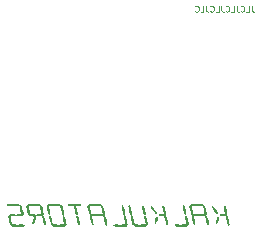
<source format=gbr>
%TF.GenerationSoftware,KiCad,Pcbnew,7.0.7*%
%TF.CreationDate,2023-12-10T00:16:43+02:00*%
%TF.ProjectId,calc_plate,63616c63-5f70-46c6-9174-652e6b696361,rev?*%
%TF.SameCoordinates,Original*%
%TF.FileFunction,Legend,Bot*%
%TF.FilePolarity,Positive*%
%FSLAX46Y46*%
G04 Gerber Fmt 4.6, Leading zero omitted, Abs format (unit mm)*
G04 Created by KiCad (PCBNEW 7.0.7) date 2023-12-10 00:16:43*
%MOMM*%
%LPD*%
G01*
G04 APERTURE LIST*
%ADD10C,0.125000*%
G04 APERTURE END LIST*
D10*
X96795859Y-74932309D02*
X96795859Y-75289452D01*
X96795859Y-75289452D02*
X96819668Y-75360880D01*
X96819668Y-75360880D02*
X96867287Y-75408500D01*
X96867287Y-75408500D02*
X96938716Y-75432309D01*
X96938716Y-75432309D02*
X96986335Y-75432309D01*
X96319669Y-75432309D02*
X96557764Y-75432309D01*
X96557764Y-75432309D02*
X96557764Y-74932309D01*
X95867288Y-75384690D02*
X95891097Y-75408500D01*
X95891097Y-75408500D02*
X95962526Y-75432309D01*
X95962526Y-75432309D02*
X96010145Y-75432309D01*
X96010145Y-75432309D02*
X96081573Y-75408500D01*
X96081573Y-75408500D02*
X96129192Y-75360880D01*
X96129192Y-75360880D02*
X96153002Y-75313261D01*
X96153002Y-75313261D02*
X96176811Y-75218023D01*
X96176811Y-75218023D02*
X96176811Y-75146595D01*
X96176811Y-75146595D02*
X96153002Y-75051357D01*
X96153002Y-75051357D02*
X96129192Y-75003738D01*
X96129192Y-75003738D02*
X96081573Y-74956119D01*
X96081573Y-74956119D02*
X96010145Y-74932309D01*
X96010145Y-74932309D02*
X95962526Y-74932309D01*
X95962526Y-74932309D02*
X95891097Y-74956119D01*
X95891097Y-74956119D02*
X95867288Y-74979928D01*
X95510145Y-74932309D02*
X95510145Y-75289452D01*
X95510145Y-75289452D02*
X95533954Y-75360880D01*
X95533954Y-75360880D02*
X95581573Y-75408500D01*
X95581573Y-75408500D02*
X95653002Y-75432309D01*
X95653002Y-75432309D02*
X95700621Y-75432309D01*
X95033955Y-75432309D02*
X95272050Y-75432309D01*
X95272050Y-75432309D02*
X95272050Y-74932309D01*
X94581574Y-75384690D02*
X94605383Y-75408500D01*
X94605383Y-75408500D02*
X94676812Y-75432309D01*
X94676812Y-75432309D02*
X94724431Y-75432309D01*
X94724431Y-75432309D02*
X94795859Y-75408500D01*
X94795859Y-75408500D02*
X94843478Y-75360880D01*
X94843478Y-75360880D02*
X94867288Y-75313261D01*
X94867288Y-75313261D02*
X94891097Y-75218023D01*
X94891097Y-75218023D02*
X94891097Y-75146595D01*
X94891097Y-75146595D02*
X94867288Y-75051357D01*
X94867288Y-75051357D02*
X94843478Y-75003738D01*
X94843478Y-75003738D02*
X94795859Y-74956119D01*
X94795859Y-74956119D02*
X94724431Y-74932309D01*
X94724431Y-74932309D02*
X94676812Y-74932309D01*
X94676812Y-74932309D02*
X94605383Y-74956119D01*
X94605383Y-74956119D02*
X94581574Y-74979928D01*
X94224431Y-74932309D02*
X94224431Y-75289452D01*
X94224431Y-75289452D02*
X94248240Y-75360880D01*
X94248240Y-75360880D02*
X94295859Y-75408500D01*
X94295859Y-75408500D02*
X94367288Y-75432309D01*
X94367288Y-75432309D02*
X94414907Y-75432309D01*
X93748241Y-75432309D02*
X93986336Y-75432309D01*
X93986336Y-75432309D02*
X93986336Y-74932309D01*
X93295860Y-75384690D02*
X93319669Y-75408500D01*
X93319669Y-75408500D02*
X93391098Y-75432309D01*
X93391098Y-75432309D02*
X93438717Y-75432309D01*
X93438717Y-75432309D02*
X93510145Y-75408500D01*
X93510145Y-75408500D02*
X93557764Y-75360880D01*
X93557764Y-75360880D02*
X93581574Y-75313261D01*
X93581574Y-75313261D02*
X93605383Y-75218023D01*
X93605383Y-75218023D02*
X93605383Y-75146595D01*
X93605383Y-75146595D02*
X93581574Y-75051357D01*
X93581574Y-75051357D02*
X93557764Y-75003738D01*
X93557764Y-75003738D02*
X93510145Y-74956119D01*
X93510145Y-74956119D02*
X93438717Y-74932309D01*
X93438717Y-74932309D02*
X93391098Y-74932309D01*
X93391098Y-74932309D02*
X93319669Y-74956119D01*
X93319669Y-74956119D02*
X93295860Y-74979928D01*
X92938717Y-74932309D02*
X92938717Y-75289452D01*
X92938717Y-75289452D02*
X92962526Y-75360880D01*
X92962526Y-75360880D02*
X93010145Y-75408500D01*
X93010145Y-75408500D02*
X93081574Y-75432309D01*
X93081574Y-75432309D02*
X93129193Y-75432309D01*
X92462527Y-75432309D02*
X92700622Y-75432309D01*
X92700622Y-75432309D02*
X92700622Y-74932309D01*
X92010146Y-75384690D02*
X92033955Y-75408500D01*
X92033955Y-75408500D02*
X92105384Y-75432309D01*
X92105384Y-75432309D02*
X92153003Y-75432309D01*
X92153003Y-75432309D02*
X92224431Y-75408500D01*
X92224431Y-75408500D02*
X92272050Y-75360880D01*
X92272050Y-75360880D02*
X92295860Y-75313261D01*
X92295860Y-75313261D02*
X92319669Y-75218023D01*
X92319669Y-75218023D02*
X92319669Y-75146595D01*
X92319669Y-75146595D02*
X92295860Y-75051357D01*
X92295860Y-75051357D02*
X92272050Y-75003738D01*
X92272050Y-75003738D02*
X92224431Y-74956119D01*
X92224431Y-74956119D02*
X92153003Y-74932309D01*
X92153003Y-74932309D02*
X92105384Y-74932309D01*
X92105384Y-74932309D02*
X92033955Y-74956119D01*
X92033955Y-74956119D02*
X92010146Y-74979928D01*
%TO.C,G\u002A\u002A\u002A*%
G36*
X91080733Y-91848345D02*
G01*
X91081717Y-91849129D01*
X91114233Y-91896694D01*
X91149596Y-91981840D01*
X91184936Y-92092488D01*
X91217378Y-92216554D01*
X91244050Y-92341958D01*
X91262080Y-92456616D01*
X91268596Y-92548448D01*
X91260724Y-92605371D01*
X91253072Y-92624147D01*
X91250369Y-92671362D01*
X91284578Y-92719980D01*
X91290758Y-92727432D01*
X91324581Y-92794455D01*
X91361421Y-92907460D01*
X91400089Y-93062923D01*
X91424469Y-93171197D01*
X91448167Y-93274527D01*
X91466310Y-93351537D01*
X91476240Y-93390780D01*
X91474813Y-93412750D01*
X91450721Y-93468859D01*
X91406804Y-93535671D01*
X91325643Y-93641270D01*
X90847590Y-93641270D01*
X90824197Y-93641267D01*
X90662861Y-93640885D01*
X90543461Y-93639327D01*
X90458475Y-93635835D01*
X90400377Y-93629653D01*
X90361646Y-93620024D01*
X90334759Y-93606191D01*
X90312191Y-93587396D01*
X90298505Y-93573917D01*
X90270581Y-93529801D01*
X90279956Y-93486602D01*
X90282348Y-93482372D01*
X90303621Y-93460402D01*
X90342192Y-93447427D01*
X90409074Y-93441253D01*
X90515281Y-93439683D01*
X90561560Y-93440017D01*
X90662010Y-93445002D01*
X90724191Y-93457032D01*
X90756865Y-93477480D01*
X90778529Y-93497615D01*
X90820250Y-93515278D01*
X90836765Y-93510938D01*
X90866771Y-93477480D01*
X90876014Y-93464394D01*
X90910680Y-93449619D01*
X90977433Y-93441905D01*
X91085351Y-93439683D01*
X91131284Y-93439545D01*
X91214535Y-93437301D01*
X91260291Y-93430644D01*
X91277749Y-93417447D01*
X91276107Y-93395585D01*
X91265985Y-93356079D01*
X91247521Y-93278065D01*
X91223504Y-93173410D01*
X91196593Y-93053545D01*
X91179935Y-92977891D01*
X91158570Y-92874540D01*
X91147743Y-92805532D01*
X91146768Y-92761416D01*
X91154958Y-92732739D01*
X91171625Y-92710048D01*
X91194909Y-92679893D01*
X91191729Y-92652998D01*
X91151001Y-92617416D01*
X91149291Y-92616096D01*
X91121940Y-92587772D01*
X91097843Y-92544063D01*
X91073950Y-92476415D01*
X91047208Y-92376278D01*
X91014565Y-92235097D01*
X90987835Y-92113202D01*
X90967782Y-92013702D01*
X90957823Y-91946599D01*
X90957179Y-91903048D01*
X90965069Y-91874204D01*
X90980713Y-91851223D01*
X91009511Y-91820964D01*
X91036875Y-91818386D01*
X91080733Y-91848345D01*
G37*
G36*
X86443599Y-91824663D02*
G01*
X86477510Y-91846052D01*
X86506332Y-91876220D01*
X86530849Y-91922179D01*
X86554506Y-91992355D01*
X86580748Y-92095176D01*
X86613020Y-92239069D01*
X86613388Y-92240761D01*
X86642243Y-92378056D01*
X86659632Y-92475280D01*
X86666462Y-92541121D01*
X86663640Y-92584271D01*
X86652072Y-92613417D01*
X86639599Y-92636679D01*
X86638987Y-92674542D01*
X86673888Y-92720640D01*
X86685759Y-92733734D01*
X86707147Y-92762416D01*
X86725810Y-92799368D01*
X86744385Y-92852796D01*
X86765506Y-92930907D01*
X86791811Y-93041905D01*
X86825935Y-93193998D01*
X86880446Y-93439683D01*
X87068252Y-93439683D01*
X87162087Y-93442352D01*
X87257415Y-93455804D01*
X87320858Y-93482141D01*
X87362321Y-93507105D01*
X87389025Y-93509356D01*
X87409418Y-93482141D01*
X87425278Y-93464051D01*
X87462667Y-93449182D01*
X87529107Y-93441725D01*
X87635212Y-93439683D01*
X87678274Y-93439560D01*
X87761970Y-93437365D01*
X87807989Y-93430742D01*
X87825563Y-93417535D01*
X87823924Y-93395585D01*
X87813802Y-93356079D01*
X87795338Y-93278065D01*
X87771321Y-93173410D01*
X87744410Y-93053545D01*
X87727752Y-92977891D01*
X87706387Y-92874540D01*
X87695561Y-92805532D01*
X87694586Y-92761416D01*
X87702775Y-92732739D01*
X87719443Y-92710048D01*
X87742727Y-92679893D01*
X87739546Y-92652998D01*
X87698819Y-92617416D01*
X87697109Y-92616096D01*
X87669757Y-92587772D01*
X87645661Y-92544063D01*
X87621767Y-92476415D01*
X87595025Y-92376278D01*
X87562382Y-92235097D01*
X87535652Y-92113202D01*
X87515599Y-92013702D01*
X87505641Y-91946599D01*
X87504996Y-91903048D01*
X87512886Y-91874204D01*
X87528531Y-91851223D01*
X87557328Y-91820964D01*
X87584692Y-91818386D01*
X87628550Y-91848345D01*
X87629535Y-91849129D01*
X87662050Y-91896694D01*
X87697414Y-91981840D01*
X87732753Y-92092488D01*
X87765195Y-92216554D01*
X87791868Y-92341958D01*
X87809898Y-92456616D01*
X87816413Y-92548448D01*
X87808541Y-92605371D01*
X87800889Y-92624147D01*
X87798187Y-92671362D01*
X87832395Y-92719980D01*
X87838576Y-92727432D01*
X87872399Y-92794455D01*
X87909238Y-92907460D01*
X87947907Y-93062923D01*
X87972286Y-93171197D01*
X87995985Y-93274527D01*
X88014128Y-93351537D01*
X88024058Y-93390780D01*
X88022631Y-93412750D01*
X87998539Y-93468859D01*
X87954621Y-93535671D01*
X87873461Y-93641270D01*
X87393784Y-93640752D01*
X86914107Y-93640233D01*
X86794293Y-93533658D01*
X86777857Y-93519005D01*
X86733737Y-93477409D01*
X86701592Y-93438247D01*
X86676822Y-93391197D01*
X86654826Y-93325938D01*
X86631002Y-93232148D01*
X86600749Y-93099504D01*
X86587712Y-93041116D01*
X86562428Y-92921747D01*
X86548101Y-92838769D01*
X86543811Y-92783192D01*
X86548635Y-92746027D01*
X86561651Y-92718285D01*
X86578673Y-92687039D01*
X86576298Y-92652662D01*
X86538353Y-92610223D01*
X86510695Y-92569012D01*
X86476034Y-92485461D01*
X86441564Y-92375547D01*
X86410062Y-92251579D01*
X86384308Y-92125867D01*
X86367080Y-92010720D01*
X86361157Y-91918447D01*
X86369316Y-91861357D01*
X86377054Y-91845494D01*
X86404957Y-91815350D01*
X86443599Y-91824663D01*
G37*
G36*
X85864815Y-91813526D02*
G01*
X85913192Y-91858845D01*
X85931410Y-91884393D01*
X85964303Y-91959862D01*
X86000124Y-92078236D01*
X86040063Y-92243120D01*
X86063864Y-92350798D01*
X86084699Y-92452532D01*
X86095241Y-92521087D01*
X86096276Y-92565380D01*
X86088589Y-92594325D01*
X86072966Y-92616838D01*
X86050579Y-92647035D01*
X86053207Y-92675087D01*
X86092847Y-92712124D01*
X86108409Y-92726904D01*
X86135799Y-92768127D01*
X86162052Y-92833082D01*
X86190348Y-92930420D01*
X86223864Y-93068798D01*
X86225565Y-93076205D01*
X86252540Y-93196447D01*
X86274723Y-93300248D01*
X86289858Y-93376737D01*
X86295690Y-93415042D01*
X86292213Y-93431507D01*
X86264964Y-93484205D01*
X86219316Y-93547334D01*
X86141886Y-93641270D01*
X85671250Y-93640710D01*
X85550375Y-93640379D01*
X85413624Y-93638958D01*
X85314280Y-93635783D01*
X85244676Y-93630145D01*
X85197142Y-93621337D01*
X85164013Y-93608649D01*
X85137619Y-93591371D01*
X85113646Y-93571380D01*
X85090259Y-93535623D01*
X85102477Y-93497437D01*
X85114460Y-93485307D01*
X85172207Y-93461666D01*
X85258703Y-93446457D01*
X85359055Y-93440199D01*
X85458371Y-93443410D01*
X85541758Y-93456610D01*
X85594324Y-93480316D01*
X85618342Y-93500577D01*
X85649572Y-93509059D01*
X85687668Y-93481386D01*
X85730405Y-93457487D01*
X85802894Y-93443804D01*
X85914454Y-93439683D01*
X85925018Y-93439650D01*
X86011213Y-93436730D01*
X86072299Y-93430002D01*
X86095640Y-93420784D01*
X86095600Y-93419717D01*
X86089660Y-93384604D01*
X86075084Y-93311363D01*
X86053919Y-93210018D01*
X86028212Y-93090594D01*
X86002144Y-92967103D01*
X85984302Y-92868663D01*
X85977232Y-92802086D01*
X85980036Y-92758453D01*
X85991816Y-92728844D01*
X86005079Y-92703449D01*
X86003921Y-92666103D01*
X85967767Y-92619245D01*
X85966416Y-92617765D01*
X85934191Y-92562345D01*
X85899779Y-92472070D01*
X85865837Y-92358726D01*
X85835024Y-92234098D01*
X85809996Y-92109974D01*
X85793413Y-91998139D01*
X85787931Y-91910380D01*
X85796209Y-91858482D01*
X85804829Y-91842872D01*
X85833277Y-91808216D01*
X85864815Y-91813526D01*
G37*
G36*
X81118266Y-93412750D02*
G01*
X81094174Y-93468859D01*
X81050256Y-93535671D01*
X80969096Y-93641270D01*
X80489419Y-93640302D01*
X80009742Y-93639334D01*
X79889908Y-93533208D01*
X79770075Y-93427083D01*
X79698826Y-93099504D01*
X79689842Y-93057945D01*
X79664055Y-92932830D01*
X79649178Y-92845341D01*
X79644328Y-92786579D01*
X79648623Y-92747643D01*
X79661182Y-92719632D01*
X79677454Y-92688940D01*
X79673950Y-92654517D01*
X79635032Y-92611204D01*
X79619083Y-92593652D01*
X79592127Y-92547725D01*
X79566115Y-92477247D01*
X79538196Y-92373795D01*
X79505514Y-92228947D01*
X79439741Y-91921478D01*
X79643884Y-91921478D01*
X79643923Y-91922545D01*
X79649863Y-91957658D01*
X79664439Y-92030899D01*
X79685604Y-92132244D01*
X79711311Y-92251668D01*
X79737380Y-92375159D01*
X79755221Y-92473599D01*
X79762291Y-92540176D01*
X79759487Y-92583809D01*
X79747707Y-92613417D01*
X79735234Y-92636679D01*
X79734622Y-92674542D01*
X79769523Y-92720640D01*
X79781394Y-92733734D01*
X79802782Y-92762416D01*
X79821445Y-92799368D01*
X79840020Y-92852796D01*
X79861141Y-92930907D01*
X79887446Y-93041905D01*
X79921570Y-93193998D01*
X79976081Y-93439683D01*
X80169300Y-93440484D01*
X80239256Y-93442144D01*
X80348774Y-93454264D01*
X80411433Y-93478282D01*
X80453131Y-93505960D01*
X80488062Y-93510414D01*
X80510223Y-93477480D01*
X80519166Y-93464651D01*
X80553548Y-93449726D01*
X80619991Y-93441930D01*
X80727586Y-93439683D01*
X80810214Y-93439329D01*
X80877399Y-93436340D01*
X80911251Y-93427856D01*
X80921316Y-93411023D01*
X80917137Y-93382986D01*
X80895648Y-93291079D01*
X80856575Y-93120540D01*
X80828350Y-92989851D01*
X80810041Y-92892783D01*
X80800715Y-92823105D01*
X80799440Y-92774589D01*
X80805284Y-92741006D01*
X80817314Y-92716125D01*
X80835665Y-92684708D01*
X80834971Y-92653302D01*
X80795121Y-92621188D01*
X80789846Y-92617535D01*
X80764756Y-92591988D01*
X80742460Y-92550016D01*
X80720070Y-92483319D01*
X80694700Y-92383593D01*
X80663464Y-92242539D01*
X80590853Y-91902579D01*
X80398190Y-91902579D01*
X80345826Y-91902068D01*
X80252779Y-91895974D01*
X80190105Y-91880881D01*
X80143963Y-91854153D01*
X80143135Y-91853503D01*
X80099519Y-91822163D01*
X80075628Y-91822380D01*
X80052156Y-91854153D01*
X80032705Y-91876594D01*
X79996318Y-91892814D01*
X79933829Y-91900584D01*
X79833139Y-91902579D01*
X79815729Y-91902660D01*
X79728668Y-91905753D01*
X79667265Y-91912438D01*
X79643884Y-91921478D01*
X79439741Y-91921478D01*
X79435751Y-91902828D01*
X79505687Y-91801910D01*
X79575624Y-91700992D01*
X80061181Y-91700992D01*
X80546739Y-91700992D01*
X80656217Y-91792031D01*
X80701314Y-91830846D01*
X80754310Y-91880598D01*
X80781337Y-91911723D01*
X80781757Y-91912552D01*
X80793496Y-91949826D01*
X80812961Y-92025197D01*
X80837542Y-92128132D01*
X80864632Y-92248098D01*
X80882930Y-92333308D01*
X80904560Y-92446180D01*
X80914582Y-92524075D01*
X80913927Y-92575647D01*
X80903527Y-92609552D01*
X80894343Y-92629016D01*
X80892419Y-92671311D01*
X80926942Y-92718822D01*
X80930406Y-92722760D01*
X80965541Y-92788139D01*
X81003432Y-92902054D01*
X81043542Y-93062923D01*
X81067921Y-93171197D01*
X81091620Y-93274527D01*
X81109763Y-93351537D01*
X81119693Y-93390780D01*
X81118378Y-93411023D01*
X81118266Y-93412750D01*
G37*
G36*
X77204034Y-91792031D02*
G01*
X77249132Y-91830846D01*
X77302127Y-91880598D01*
X77329154Y-91911723D01*
X77329713Y-91912848D01*
X77341606Y-91950936D01*
X77361196Y-92026977D01*
X77385892Y-92130502D01*
X77413103Y-92251038D01*
X77481410Y-92561700D01*
X77412933Y-92660512D01*
X77344455Y-92759325D01*
X77145408Y-92759325D01*
X77027734Y-92755514D01*
X76940275Y-92741948D01*
X76881562Y-92716867D01*
X76840099Y-92691903D01*
X76813395Y-92689652D01*
X76793002Y-92716867D01*
X76777142Y-92734957D01*
X76739753Y-92749826D01*
X76673313Y-92757283D01*
X76567208Y-92759325D01*
X76524230Y-92759447D01*
X76440494Y-92761642D01*
X76394438Y-92768264D01*
X76376826Y-92781472D01*
X76378424Y-92803423D01*
X76379591Y-92807531D01*
X76391005Y-92853420D01*
X76409414Y-92931738D01*
X76432193Y-93030839D01*
X76456718Y-93139077D01*
X76480362Y-93244806D01*
X76500500Y-93336378D01*
X76514509Y-93402148D01*
X76519762Y-93430470D01*
X76520653Y-93431363D01*
X76551967Y-93435587D01*
X76619058Y-93438559D01*
X76709636Y-93439683D01*
X76808105Y-93442568D01*
X76901832Y-93456054D01*
X76964310Y-93482141D01*
X77005774Y-93507105D01*
X77032478Y-93509356D01*
X77052870Y-93482141D01*
X77061712Y-93472318D01*
X77114575Y-93450997D01*
X77197360Y-93439003D01*
X77295604Y-93436295D01*
X77394850Y-93442834D01*
X77480635Y-93458580D01*
X77538499Y-93483491D01*
X77569821Y-93509588D01*
X77581812Y-93540345D01*
X77559240Y-93584285D01*
X77553013Y-93593515D01*
X77537555Y-93610901D01*
X77514772Y-93623429D01*
X77477486Y-93631874D01*
X77418517Y-93637010D01*
X77330687Y-93639611D01*
X77206818Y-93640450D01*
X77039731Y-93640302D01*
X76557559Y-93639334D01*
X76438527Y-93533208D01*
X76422131Y-93518557D01*
X76378317Y-93477142D01*
X76346434Y-93438119D01*
X76321928Y-93391164D01*
X76300242Y-93325958D01*
X76276821Y-93232178D01*
X76247111Y-93099504D01*
X76174726Y-92771925D01*
X76250722Y-92664831D01*
X76326718Y-92557738D01*
X76516110Y-92557738D01*
X76606816Y-92559320D01*
X76678313Y-92567073D01*
X76726686Y-92584340D01*
X76766566Y-92614435D01*
X76827630Y-92671131D01*
X76865758Y-92614435D01*
X76868605Y-92610279D01*
X76894433Y-92582432D01*
X76931722Y-92566553D01*
X76993434Y-92559402D01*
X77092531Y-92557738D01*
X77155074Y-92557538D01*
X77225477Y-92554951D01*
X77261164Y-92546792D01*
X77271959Y-92529882D01*
X77267683Y-92501042D01*
X77260332Y-92468761D01*
X77243504Y-92392537D01*
X77221133Y-92289796D01*
X77196044Y-92173462D01*
X77137899Y-91902579D01*
X76945621Y-91902579D01*
X76894063Y-91902083D01*
X76800814Y-91896009D01*
X76738006Y-91880914D01*
X76691780Y-91854153D01*
X76690953Y-91853503D01*
X76647337Y-91822163D01*
X76623445Y-91822380D01*
X76599974Y-91854153D01*
X76597641Y-91857453D01*
X76550313Y-91884768D01*
X76470181Y-91901089D01*
X76372159Y-91906372D01*
X76271161Y-91900573D01*
X76182102Y-91883649D01*
X76119894Y-91855557D01*
X76094794Y-91834563D01*
X76074676Y-91799360D01*
X76089283Y-91755323D01*
X76093759Y-91747310D01*
X76107000Y-91730600D01*
X76128550Y-91718483D01*
X76165426Y-91710221D01*
X76224639Y-91705078D01*
X76313207Y-91702317D01*
X76438142Y-91701200D01*
X76606458Y-91700992D01*
X77094557Y-91700992D01*
X77204034Y-91792031D01*
G37*
G36*
X94533445Y-91848744D02*
G01*
X94558762Y-91874547D01*
X94583028Y-91917908D01*
X94606995Y-91985611D01*
X94633611Y-92086097D01*
X94665826Y-92227808D01*
X94684826Y-92316995D01*
X94708027Y-92438038D01*
X94719516Y-92522460D01*
X94720190Y-92577901D01*
X94710946Y-92612001D01*
X94703383Y-92627969D01*
X94701285Y-92670843D01*
X94736181Y-92719364D01*
X94768416Y-92772303D01*
X94805101Y-92873419D01*
X94840574Y-93013068D01*
X94851829Y-93064734D01*
X94876746Y-93178790D01*
X94898394Y-93277471D01*
X94913062Y-93343839D01*
X94914580Y-93350859D01*
X94920515Y-93430534D01*
X94896304Y-93490569D01*
X94858771Y-93544155D01*
X94798209Y-93487261D01*
X94780527Y-93469781D01*
X94758485Y-93441985D01*
X94739288Y-93405021D01*
X94720264Y-93350865D01*
X94698737Y-93271493D01*
X94672033Y-93158883D01*
X94637480Y-93005010D01*
X94582886Y-92759325D01*
X94389667Y-92758765D01*
X94373390Y-92758668D01*
X94262779Y-92753639D01*
X94188781Y-92739573D01*
X94139484Y-92714357D01*
X94107875Y-92687506D01*
X94097478Y-92657490D01*
X94122014Y-92614124D01*
X94123848Y-92611535D01*
X94150509Y-92583117D01*
X94188196Y-92566848D01*
X94250014Y-92559473D01*
X94349067Y-92557738D01*
X94365696Y-92557664D01*
X94452258Y-92554588D01*
X94512973Y-92547898D01*
X94535571Y-92538839D01*
X94535471Y-92537824D01*
X94528685Y-92502948D01*
X94512923Y-92430005D01*
X94490386Y-92329010D01*
X94463276Y-92209977D01*
X94442662Y-92119332D01*
X94420981Y-92017240D01*
X94409945Y-91948674D01*
X94408767Y-91904351D01*
X94416659Y-91874987D01*
X94432833Y-91851300D01*
X94462102Y-91820640D01*
X94489399Y-91818521D01*
X94533445Y-91848744D01*
G37*
G36*
X93000740Y-92563100D02*
G01*
X92993611Y-92593048D01*
X92978531Y-92615512D01*
X92956526Y-92647032D01*
X92961697Y-92676485D01*
X93001879Y-92718651D01*
X93013548Y-92732380D01*
X93046767Y-92795989D01*
X93081459Y-92890427D01*
X93115048Y-93004489D01*
X93144959Y-93126972D01*
X93168613Y-93246673D01*
X93183436Y-93352386D01*
X93186850Y-93432909D01*
X93176279Y-93477038D01*
X93153027Y-93499374D01*
X93100121Y-93511880D01*
X93046706Y-93474240D01*
X93043846Y-93470146D01*
X93023888Y-93422694D01*
X92997261Y-93338568D01*
X92967096Y-93228336D01*
X92936527Y-93102563D01*
X92860932Y-92771925D01*
X92660046Y-92764464D01*
X92551255Y-92757217D01*
X92464012Y-92741401D01*
X92414362Y-92716462D01*
X92393587Y-92698900D01*
X92362090Y-92689857D01*
X92323482Y-92717622D01*
X92280745Y-92741521D01*
X92208256Y-92755204D01*
X92096696Y-92759325D01*
X92086132Y-92759358D01*
X91999937Y-92762278D01*
X91938851Y-92769006D01*
X91915511Y-92778224D01*
X91915538Y-92779121D01*
X91921341Y-92813650D01*
X91935802Y-92886404D01*
X91956867Y-92987320D01*
X91982481Y-93106334D01*
X91986135Y-93123128D01*
X92012900Y-93251296D01*
X92028478Y-93341192D01*
X92033761Y-93402398D01*
X92029641Y-93444492D01*
X92017011Y-93477058D01*
X92014525Y-93481698D01*
X91990257Y-93519427D01*
X91964783Y-93521782D01*
X91918272Y-93491703D01*
X91904034Y-93480576D01*
X91878788Y-93451839D01*
X91856872Y-93408334D01*
X91835204Y-93341356D01*
X91810698Y-93242202D01*
X91780272Y-93102166D01*
X91777001Y-93086598D01*
X91749143Y-92948731D01*
X91732361Y-92851141D01*
X91725823Y-92785913D01*
X91728695Y-92745129D01*
X91740145Y-92720874D01*
X91752540Y-92702685D01*
X91752330Y-92669216D01*
X91716527Y-92622993D01*
X91688671Y-92580834D01*
X91657972Y-92503965D01*
X91624861Y-92388916D01*
X91587397Y-92229776D01*
X91521523Y-91930300D01*
X91722626Y-91930300D01*
X91726851Y-91959276D01*
X91733726Y-91989208D01*
X91750548Y-92064031D01*
X91773145Y-92165523D01*
X91798588Y-92280556D01*
X91856919Y-92545139D01*
X92041721Y-92552625D01*
X92136673Y-92559419D01*
X92230294Y-92577653D01*
X92294724Y-92608673D01*
X92302230Y-92614009D01*
X92346835Y-92641768D01*
X92374869Y-92639670D01*
X92407947Y-92607487D01*
X92427662Y-92589308D01*
X92469217Y-92569821D01*
X92534203Y-92560272D01*
X92636021Y-92557738D01*
X92819072Y-92557738D01*
X92797951Y-92475843D01*
X92791264Y-92448905D01*
X92772340Y-92368800D01*
X92748157Y-92263383D01*
X92722319Y-92148264D01*
X92667807Y-91902579D01*
X92471374Y-91902579D01*
X92450970Y-91902507D01*
X92344590Y-91898155D01*
X92278322Y-91886056D01*
X92243571Y-91864782D01*
X92221944Y-91844631D01*
X92180575Y-91826984D01*
X92158851Y-91832843D01*
X92117579Y-91864782D01*
X92081049Y-91886732D01*
X92011233Y-91898858D01*
X91899827Y-91902579D01*
X91840636Y-91902759D01*
X91769643Y-91905279D01*
X91733598Y-91913380D01*
X91722626Y-91930300D01*
X91521523Y-91930300D01*
X91513938Y-91895818D01*
X91591090Y-91798405D01*
X91668242Y-91700992D01*
X92151194Y-91701510D01*
X92634146Y-91702029D01*
X92753622Y-91808604D01*
X92770404Y-91823607D01*
X92814275Y-91865097D01*
X92846181Y-91904163D01*
X92870684Y-91951135D01*
X92892346Y-92016340D01*
X92915730Y-92110105D01*
X92945397Y-92242758D01*
X92966538Y-92339714D01*
X92987991Y-92445297D01*
X92999129Y-92516804D01*
X93000553Y-92557738D01*
X93000740Y-92563100D01*
G37*
G36*
X84366109Y-92575647D02*
G01*
X84355709Y-92609552D01*
X84346601Y-92628820D01*
X84344538Y-92671187D01*
X84378969Y-92718657D01*
X84389380Y-92732081D01*
X84423980Y-92805631D01*
X84462584Y-92928269D01*
X84505377Y-93100555D01*
X84530289Y-93211370D01*
X84551269Y-93312446D01*
X84561906Y-93381357D01*
X84563037Y-93427431D01*
X84555497Y-93459995D01*
X84540122Y-93488374D01*
X84500476Y-93549664D01*
X84433887Y-93475137D01*
X84400046Y-93427639D01*
X84369755Y-93359337D01*
X84340853Y-93261578D01*
X84309698Y-93124065D01*
X84289565Y-93028339D01*
X84267165Y-92924140D01*
X84249626Y-92845140D01*
X84239590Y-92803423D01*
X84228122Y-92782880D01*
X84197483Y-92768223D01*
X84137986Y-92761157D01*
X84038903Y-92759325D01*
X83944229Y-92756617D01*
X83849194Y-92743159D01*
X83785927Y-92716867D01*
X83744464Y-92691903D01*
X83717760Y-92689652D01*
X83697367Y-92716867D01*
X83681507Y-92734957D01*
X83644118Y-92749826D01*
X83577678Y-92757283D01*
X83471573Y-92759325D01*
X83428511Y-92759447D01*
X83344815Y-92761643D01*
X83298796Y-92768266D01*
X83281222Y-92781473D01*
X83282861Y-92803423D01*
X83292922Y-92842675D01*
X83311356Y-92920547D01*
X83335346Y-93025077D01*
X83362230Y-93144818D01*
X83378357Y-93218917D01*
X83400180Y-93330311D01*
X83410137Y-93405336D01*
X83409094Y-93452096D01*
X83397919Y-93478697D01*
X83364240Y-93509807D01*
X83320163Y-93517104D01*
X83277806Y-93481398D01*
X83235976Y-93400862D01*
X83193479Y-93273671D01*
X83149123Y-93098002D01*
X83136214Y-93040892D01*
X83110607Y-92921589D01*
X83096070Y-92838686D01*
X83091661Y-92783175D01*
X83096441Y-92746044D01*
X83109468Y-92718285D01*
X83126594Y-92686727D01*
X83123939Y-92652423D01*
X83085786Y-92609861D01*
X83073873Y-92597105D01*
X83046276Y-92551889D01*
X83019414Y-92481008D01*
X82990555Y-92376403D01*
X82956966Y-92230015D01*
X82890046Y-91921478D01*
X83096066Y-91921478D01*
X83096091Y-91922333D01*
X83101859Y-91956713D01*
X83116291Y-92029342D01*
X83137329Y-92130148D01*
X83162919Y-92249058D01*
X83230254Y-92557738D01*
X83424079Y-92557738D01*
X83512585Y-92559140D01*
X83585168Y-92566156D01*
X83631141Y-92581575D01*
X83663512Y-92608135D01*
X83697999Y-92641885D01*
X83724352Y-92658532D01*
X83740929Y-92647295D01*
X83771057Y-92608135D01*
X83793710Y-92582380D01*
X83830561Y-92566854D01*
X83893340Y-92559558D01*
X83994243Y-92557738D01*
X84062344Y-92557505D01*
X84131431Y-92554826D01*
X84166089Y-92546592D01*
X84175989Y-92529699D01*
X84170801Y-92501042D01*
X84163027Y-92468888D01*
X84145922Y-92392670D01*
X84123629Y-92289877D01*
X84098986Y-92173462D01*
X84042328Y-91902579D01*
X83850018Y-91902579D01*
X83798393Y-91902081D01*
X83705161Y-91896006D01*
X83642365Y-91880911D01*
X83596145Y-91854153D01*
X83595318Y-91853503D01*
X83551702Y-91822163D01*
X83527810Y-91822380D01*
X83504339Y-91854153D01*
X83484887Y-91876594D01*
X83448500Y-91892814D01*
X83386012Y-91900584D01*
X83285322Y-91902579D01*
X83267912Y-91902660D01*
X83180850Y-91905753D01*
X83119447Y-91912438D01*
X83096066Y-91921478D01*
X82890046Y-91921478D01*
X82886462Y-91904952D01*
X82957134Y-91802972D01*
X83027806Y-91700992D01*
X83513364Y-91700992D01*
X83998922Y-91700992D01*
X84108399Y-91792031D01*
X84153497Y-91830846D01*
X84206492Y-91880598D01*
X84233519Y-91911723D01*
X84233939Y-91912552D01*
X84245679Y-91949826D01*
X84265143Y-92025197D01*
X84289725Y-92128132D01*
X84316814Y-92248098D01*
X84335113Y-92333308D01*
X84356742Y-92446180D01*
X84366764Y-92524075D01*
X84366693Y-92529699D01*
X84366109Y-92575647D01*
G37*
G36*
X81949081Y-91702381D02*
G01*
X82079143Y-91704016D01*
X82173053Y-91707411D01*
X82238339Y-91713273D01*
X82282528Y-91722312D01*
X82313149Y-91735234D01*
X82337730Y-91752748D01*
X82376389Y-91788488D01*
X82381340Y-91815644D01*
X82352723Y-91852703D01*
X82332109Y-91871575D01*
X82290431Y-91890734D01*
X82225223Y-91900102D01*
X82123133Y-91902579D01*
X81938680Y-91902579D01*
X81954821Y-91984474D01*
X81960810Y-92013709D01*
X81978152Y-92094806D01*
X82001387Y-92200978D01*
X82027183Y-92316914D01*
X82047804Y-92411437D01*
X82063677Y-92497310D01*
X82068386Y-92553850D01*
X82062648Y-92592010D01*
X82047180Y-92622743D01*
X82028531Y-92655821D01*
X82031263Y-92687874D01*
X82071251Y-92724976D01*
X82104251Y-92771447D01*
X82139662Y-92856274D01*
X82174203Y-92966833D01*
X82205163Y-93090935D01*
X82229831Y-93216393D01*
X82245496Y-93331020D01*
X82249447Y-93422627D01*
X82238973Y-93479028D01*
X82236790Y-93483103D01*
X82213085Y-93519801D01*
X82187812Y-93521829D01*
X82141344Y-93491743D01*
X82127844Y-93481237D01*
X82102362Y-93452536D01*
X82080202Y-93409077D01*
X82058257Y-93342157D01*
X82033419Y-93243074D01*
X82002580Y-93103127D01*
X81996121Y-93072750D01*
X81969096Y-92940060D01*
X81953062Y-92846699D01*
X81947169Y-92784588D01*
X81950564Y-92745646D01*
X81962397Y-92721795D01*
X81975936Y-92701835D01*
X81975230Y-92668702D01*
X81939277Y-92622710D01*
X81933907Y-92616563D01*
X81897658Y-92551694D01*
X81860926Y-92443931D01*
X81822413Y-92289570D01*
X81801816Y-92197243D01*
X81777803Y-92090048D01*
X81758966Y-92006460D01*
X81748180Y-91959276D01*
X81744334Y-91945162D01*
X81729994Y-91921913D01*
X81698916Y-91909119D01*
X81639886Y-91903701D01*
X81541689Y-91902579D01*
X81449151Y-91900990D01*
X81376977Y-91893403D01*
X81328716Y-91876708D01*
X81290223Y-91847825D01*
X81254775Y-91811018D01*
X81248040Y-91782054D01*
X81273605Y-91747032D01*
X81287354Y-91734344D01*
X81312229Y-91721535D01*
X81351492Y-91712513D01*
X81412343Y-91706653D01*
X81501983Y-91703335D01*
X81627613Y-91701935D01*
X81796435Y-91701830D01*
X81949081Y-91702381D01*
G37*
G36*
X89316997Y-91813526D02*
G01*
X89365374Y-91858845D01*
X89383593Y-91884393D01*
X89416486Y-91959862D01*
X89452306Y-92078236D01*
X89492246Y-92243120D01*
X89513676Y-92339980D01*
X89535439Y-92445456D01*
X89546776Y-92516886D01*
X89548499Y-92563131D01*
X89541420Y-92593053D01*
X89526348Y-92615512D01*
X89504343Y-92647032D01*
X89509515Y-92676485D01*
X89549696Y-92718651D01*
X89561365Y-92732380D01*
X89594584Y-92795989D01*
X89629276Y-92890427D01*
X89662866Y-93004489D01*
X89692776Y-93126972D01*
X89716431Y-93246673D01*
X89731253Y-93352386D01*
X89734667Y-93432909D01*
X89724097Y-93477038D01*
X89695024Y-93505991D01*
X89660195Y-93510412D01*
X89608854Y-93479517D01*
X89605371Y-93476722D01*
X89579462Y-93439613D01*
X89551911Y-93369513D01*
X89520833Y-93260797D01*
X89484345Y-93107840D01*
X89408750Y-92771925D01*
X89203890Y-92764655D01*
X89118142Y-92760361D01*
X89038351Y-92750746D01*
X88987774Y-92734196D01*
X88954300Y-92707958D01*
X88929327Y-92677853D01*
X88924639Y-92647864D01*
X88955178Y-92608135D01*
X88975133Y-92589635D01*
X89016591Y-92569906D01*
X89081128Y-92560278D01*
X89182320Y-92557738D01*
X89363854Y-92557738D01*
X89290982Y-92236458D01*
X89262331Y-92105901D01*
X89243369Y-92005629D01*
X89235391Y-91936882D01*
X89237398Y-91890789D01*
X89248392Y-91858482D01*
X89257011Y-91842872D01*
X89285460Y-91808216D01*
X89316997Y-91813526D01*
G37*
G36*
X79194790Y-92567406D02*
G01*
X79186361Y-92594912D01*
X79170028Y-92616931D01*
X79144935Y-92651043D01*
X79151162Y-92678573D01*
X79193392Y-92717724D01*
X79197816Y-92721495D01*
X79225831Y-92752602D01*
X79249870Y-92797483D01*
X79273097Y-92865105D01*
X79298673Y-92964437D01*
X79329760Y-93104446D01*
X79332365Y-93116661D01*
X79360254Y-93252526D01*
X79376946Y-93348247D01*
X79383289Y-93411982D01*
X79380128Y-93451889D01*
X79368309Y-93476123D01*
X79338530Y-93505864D01*
X79303615Y-93510395D01*
X79252306Y-93479517D01*
X79248824Y-93476722D01*
X79222914Y-93439613D01*
X79195363Y-93369513D01*
X79164286Y-93260797D01*
X79127797Y-93107840D01*
X79052202Y-92771925D01*
X78851316Y-92764464D01*
X78746130Y-92757570D01*
X78656601Y-92741790D01*
X78606104Y-92716889D01*
X78599854Y-92711368D01*
X78560689Y-92690562D01*
X78523095Y-92708879D01*
X78506413Y-92728267D01*
X78494452Y-92777204D01*
X78500153Y-92859650D01*
X78500677Y-92863695D01*
X78504521Y-92931500D01*
X78496128Y-93002028D01*
X78472658Y-93089678D01*
X78431271Y-93208851D01*
X78411301Y-93262472D01*
X78374837Y-93352418D01*
X78346093Y-93406335D01*
X78320001Y-93432586D01*
X78291494Y-93439534D01*
X78257867Y-93432867D01*
X78235172Y-93401520D01*
X78220333Y-93332589D01*
X78216241Y-93292227D01*
X78220370Y-93222322D01*
X78241197Y-93138193D01*
X78281785Y-93024484D01*
X78294674Y-92990590D01*
X78327648Y-92899199D01*
X78350622Y-92828441D01*
X78359246Y-92791398D01*
X78352362Y-92778285D01*
X78306429Y-92763557D01*
X78214355Y-92758251D01*
X78160603Y-92756946D01*
X78089088Y-92746642D01*
X78031160Y-92718543D01*
X77963182Y-92663757D01*
X77952931Y-92654712D01*
X77912627Y-92616674D01*
X77882569Y-92579016D01*
X77858542Y-92531817D01*
X77836331Y-92465157D01*
X77811721Y-92369118D01*
X77780498Y-92233779D01*
X77705314Y-91902579D01*
X77904714Y-91902579D01*
X77922330Y-91971875D01*
X77928928Y-91999252D01*
X77946388Y-92075877D01*
X77969122Y-92178668D01*
X77993908Y-92293155D01*
X78047870Y-92545139D01*
X78232832Y-92552625D01*
X78328184Y-92559453D01*
X78421654Y-92577681D01*
X78485994Y-92608673D01*
X78493499Y-92614009D01*
X78538105Y-92641768D01*
X78566139Y-92639670D01*
X78599217Y-92607487D01*
X78618932Y-92589308D01*
X78660487Y-92569821D01*
X78725473Y-92560272D01*
X78827291Y-92557738D01*
X79010342Y-92557738D01*
X78989221Y-92475843D01*
X78982534Y-92448905D01*
X78963610Y-92368800D01*
X78939427Y-92263383D01*
X78913588Y-92148264D01*
X78859077Y-91902579D01*
X78662644Y-91902579D01*
X78642240Y-91902507D01*
X78535860Y-91898155D01*
X78469592Y-91886056D01*
X78434841Y-91864782D01*
X78412847Y-91844795D01*
X78367969Y-91826984D01*
X78349912Y-91831289D01*
X78317961Y-91864782D01*
X78309870Y-91876848D01*
X78276306Y-91892218D01*
X78210751Y-91900258D01*
X78104086Y-91902579D01*
X77904714Y-91902579D01*
X77705314Y-91902579D01*
X77704097Y-91897220D01*
X77781805Y-91799106D01*
X77859512Y-91700992D01*
X78343154Y-91700992D01*
X78826796Y-91700992D01*
X78946116Y-91808085D01*
X78961897Y-91822282D01*
X79006025Y-91864226D01*
X79038177Y-91903628D01*
X79062937Y-91950835D01*
X79084890Y-92016194D01*
X79108620Y-92110053D01*
X79138712Y-92242758D01*
X79165181Y-92362734D01*
X79184947Y-92460240D01*
X79194568Y-92525490D01*
X79194739Y-92557738D01*
X79194790Y-92567406D01*
G37*
G36*
X93967303Y-92764538D02*
G01*
X94010802Y-92791519D01*
X94037417Y-92860119D01*
X94038642Y-92866066D01*
X94042754Y-92919403D01*
X94033556Y-92984435D01*
X94008593Y-93072584D01*
X93965413Y-93195274D01*
X93934088Y-93278377D01*
X93899432Y-93361580D01*
X93872412Y-93410148D01*
X93848362Y-93431901D01*
X93822620Y-93434658D01*
X93781297Y-93411315D01*
X93748947Y-93341338D01*
X93744703Y-93321995D01*
X93741870Y-93272255D01*
X93751915Y-93210668D01*
X93777276Y-93125791D01*
X93820395Y-93006184D01*
X93854308Y-92917655D01*
X93889048Y-92835819D01*
X93916127Y-92788183D01*
X93940237Y-92766956D01*
X93966070Y-92764350D01*
X93967303Y-92764538D01*
G37*
G36*
X88829973Y-92781911D02*
G01*
X88857244Y-92853819D01*
X88860096Y-92924552D01*
X88841167Y-93033991D01*
X88797234Y-93176925D01*
X88727152Y-93357788D01*
X88687478Y-93421797D01*
X88642167Y-93442867D01*
X88601614Y-93417097D01*
X88574343Y-93345189D01*
X88571491Y-93274456D01*
X88590419Y-93165017D01*
X88634352Y-93022083D01*
X88704435Y-92841220D01*
X88744109Y-92777211D01*
X88789419Y-92756141D01*
X88829973Y-92781911D01*
G37*
G36*
X93528852Y-91921718D02*
G01*
X93590833Y-91974478D01*
X93664575Y-92051991D01*
X93742676Y-92144954D01*
X93817732Y-92244065D01*
X93882340Y-92340018D01*
X93929095Y-92423512D01*
X93950595Y-92485242D01*
X93953611Y-92514131D01*
X93949011Y-92566930D01*
X93924202Y-92580193D01*
X93877513Y-92553148D01*
X93807273Y-92485024D01*
X93711811Y-92375050D01*
X93642421Y-92291206D01*
X93570980Y-92203925D01*
X93522530Y-92141999D01*
X93491802Y-92097610D01*
X93473528Y-92062940D01*
X93462435Y-92030172D01*
X93453256Y-91991488D01*
X93443157Y-91933012D01*
X93452606Y-91907947D01*
X93487247Y-91902992D01*
X93528852Y-91921718D01*
G37*
G36*
X88315256Y-91906929D02*
G01*
X88350359Y-91924656D01*
X88410918Y-91977364D01*
X88484266Y-92055304D01*
X88562805Y-92148902D01*
X88638934Y-92248588D01*
X88705056Y-92344788D01*
X88753571Y-92427930D01*
X88776882Y-92488442D01*
X88782467Y-92535999D01*
X88773292Y-92578957D01*
X88741104Y-92580879D01*
X88685048Y-92541297D01*
X88604268Y-92459743D01*
X88497911Y-92335749D01*
X88443351Y-92268050D01*
X88356137Y-92150624D01*
X88301665Y-92060653D01*
X88277018Y-91993620D01*
X88274614Y-91980608D01*
X88268102Y-91926258D01*
X88279758Y-91905987D01*
X88315256Y-91906929D01*
G37*
%TD*%
%LPC*%
%LPD*%
M02*

</source>
